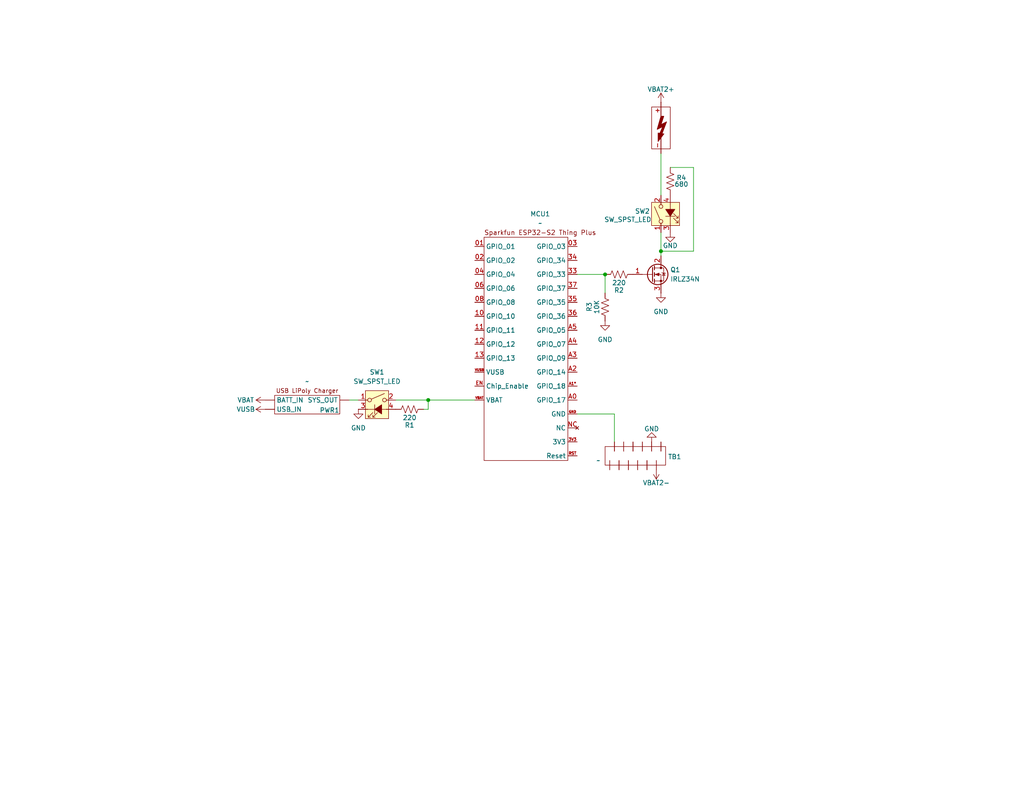
<source format=kicad_sch>
(kicad_sch (version 20231120) (generator "eeschema") (generator_version "8.0")
  (paper "USLetter")
  (title_block (title "Wireless Rocket Ignition System - Ignition Box") (date "2024-12-28") (rev "1") (comment 1 "Battery connections - 14AWG") (comment 2 "Microcontroller connections - 22AWG") (comment 3 "Place bus bar close to battery and MOSFET"))
  (lib_symbols
    (symbol "Device:R_US" (pin_numbers hide) (pin_names (offset 0))
      (property "Reference" "R" (at 2.54 0 90))
      (property "Value" "R_US" (at -2.54 0 90))
      (symbol "R_US_0_1"
        (polyline (pts (xy 0 -2.286) (xy 0 -2.54)))
        (polyline (pts (xy 0 2.286) (xy 0 2.54)))
        (polyline (pts (xy 0 -0.762) (xy 1.016 -1.143) (xy 0 -1.524) (xy -1.016 -1.905) (xy 0 -2.286)))
        (polyline (pts (xy 0 0.762) (xy 1.016 0.381) (xy 0 0) (xy -1.016 -0.381) (xy 0 -0.762)))
        (polyline (pts (xy 0 2.286) (xy 1.016 1.905) (xy 0 1.524) (xy -1.016 1.143) (xy 0 0.762)))
      )
      (symbol "R_US_1_1"
        (pin passive line (at 0 3.81 270) (length 1.27) (name "~") (number "1"))
        (pin passive line (at 0 -3.81 90) (length 1.27) (name "~") (number "2"))
      )
    )
    (symbol "SparkFun-Board:ESP32-S2_Thing_Plus"
      (property "Reference" "MCU" (at 2.286 -49.784 0))
      (symbol "ESP32-S2_Thing_Plus_0_1"
        (rectangle (start 0 10.16) (end 22.86 -50.8))
      )
      (symbol "ESP32-S2_Thing_Plus_1_1"
        (text "Sparkfun ESP32-S2 Thing Plus" (at 0 11.43 0) (effects (font (size 1.27 1.27)) (justify left)))
        (pin bidirectional line (at -2.54 7.62 0) (length 2.54) (name "GPIO_01") (number "01"))
        (pin bidirectional line (at -2.54 3.81 0) (length 2.54) (name "GPIO_02") (number "02"))
        (pin bidirectional line (at 25.4 7.62 180) (length 2.54) (name "GPIO_03") (number "03"))
        (pin bidirectional line (at -2.54 0 0) (length 2.54) (name "GPIO_04") (number "04"))
        (pin bidirectional line (at -2.54 -3.81 0) (length 2.54) (name "GPIO_06") (number "06"))
        (pin bidirectional line (at -2.54 -7.62 0) (length 2.54) (name "GPIO_08") (number "08"))
        (pin bidirectional line (at -2.54 -11.43 0) (length 2.54) (name "GPIO_10") (number "10"))
        (pin bidirectional line (at -2.54 -15.24 0) (length 2.54) (name "GPIO_11") (number "11"))
        (pin bidirectional line (at -2.54 -19.05 0) (length 2.54) (name "GPIO_12") (number "12"))
        (pin bidirectional line (at -2.54 -22.86 0) (length 2.54) (name "GPIO_13") (number "13"))
        (pin bidirectional line (at 25.4 0 180) (length 2.54) (name "GPIO_33") (number "33"))
        (pin bidirectional line (at 25.4 3.81 180) (length 2.54) (name "GPIO_34") (number "34"))
        (pin bidirectional line (at 25.4 -7.62 180) (length 2.54) (name "GPIO_35") (number "35"))
        (pin bidirectional line (at 25.4 -11.43 180) (length 2.54) (name "GPIO_36") (number "36"))
        (pin bidirectional line (at 25.4 -3.81 180) (length 2.54) (name "GPIO_37") (number "37"))
        (pin power_in line (at 25.4 -45.72 180) (length 2.54) (name "3V3") (number "3V3"))
        (pin bidirectional line (at 25.4 -34.29 180) (length 2.54) (name "GPIO_17") (number "A0"))
        (pin bidirectional line (at 25.4 -30.48 180) (length 2.54) (name "GPIO_18") (number "A1*"))
        (pin bidirectional line (at 25.4 -26.67 180) (length 2.54) (name "GPIO_14") (number "A2"))
        (pin bidirectional line (at 25.4 -22.86 180) (length 2.54) (name "GPIO_09") (number "A3"))
        (pin bidirectional line (at 25.4 -19.05 180) (length 2.54) (name "GPIO_07") (number "A4"))
        (pin bidirectional line (at 25.4 -15.24 180) (length 2.54) (name "GPIO_05") (number "A5"))
        (pin input line (at -2.54 -30.48 0) (length 2.54) (name "Chip_Enable") (number "EN"))
        (pin passive line (at 25.4 -38.1 180) (length 2.54) (name "GND") (number "GND"))
        (pin no_connect line (at 25.4 -41.91 180) (length 2.54) (name "NC") (number "NC"))
        (pin input line (at 25.4 -49.53 180) (length 2.54) (name "Reset") (number "RST"))
        (pin power_in line (at -2.54 -34.29 0) (length 2.54) (name "VBAT") (number "VBAT"))
        (pin power_in line (at -2.54 -26.67 0) (length 2.54) (name "VUSB") (number "VUSB"))
      )
    )
    (symbol "SparkFun-Connector:2x12 Bus Bar"
      (property "Reference" "TB" (at 1.016 6.096 0))
      (symbol "2x12 Bus Bar_0_1"
        (rectangle (start -1.27 5.08) (end 3.81 -11.43))
      )
      (symbol "2x12 Bus Bar_1_1"
        (pin passive line (at -2.54 -8.89 0) (length 2.54) (name "") (number ""))
        (pin passive line (at -2.54 -6.35 0) (length 2.54) (name "") (number ""))
        (pin passive line (at -2.54 -3.81 0) (length 2.54) (name "") (number ""))
        (pin passive line (at -2.54 -1.27 0) (length 2.54) (name "") (number ""))
        (pin passive line (at -2.54 1.27 0) (length 2.54) (name "") (number ""))
        (pin passive line (at -2.54 3.81 0) (length 2.54) (name "") (number ""))
        (pin passive line (at 5.08 -10.16 180) (length 2.54) (name "") (number ""))
        (pin passive line (at 5.08 -7.62 180) (length 2.54) (name "") (number ""))
        (pin passive line (at 5.08 -5.08 180) (length 2.54) (name "") (number ""))
        (pin passive line (at 5.08 -2.54 180) (length 2.54) (name "") (number ""))
        (pin passive line (at 5.08 0 180) (length 2.54) (name "") (number ""))
        (pin passive line (at 5.08 2.54 180) (length 2.54) (name "") (number ""))
      )
    )
    (symbol "SparkFun-Connector:Rocket Igniter" (pin_names hide) (in_bom no) (on_board no)
      (symbol "Rocket Igniter_0_1"
        (polyline (pts (xy 0.762 -1.016) (xy -0.762 -0.762) (xy -0.762 -3.048) (xy 0.762 -1.016)) (stroke (width 0.2032)) (fill (type outline)))
        (polyline (pts (xy 0 3.81) (xy 0.762 3.81) (xy 0 1.524) (xy 1.524 2.286) (xy 0.254 -1.016) (xy -0.254 -0.762) (xy 0.508 1.016) (xy -1.016 0.254) (xy 0 3.81)) (stroke (width 0.2032)) (fill (type outline)))
      )
      (symbol "Rocket Igniter_1_1"
        (rectangle (start -2.54 6.35) (end 2.54 -5.08))
        (pin passive line (at 0 7.62 270) (length 4.445) (name "") (number "+"))
        (pin passive line (at 0 -6.35 90) (length 4.445) (name "") (number "-"))
      )
    )
    (symbol "SparkFun-IC-Power:USB_LiPoly_Charger_Single_Cell"
      (property "Reference" "PWR" (at 11.176 -5.334 0))
      (symbol "USB_LiPoly_Charger_Single_Cell_0_1"
        (rectangle (start 0 -1.27) (end 17.78 -6.35))
      )
      (symbol "USB_LiPoly_Charger_Single_Cell_1_1"
        (text "USB LiPoly Charger" (at 8.89 0 0) (effects (font (size 1.143 1.143))))
        (pin power_in line (at -2.54 -2.54 0) (length 2.54) (name "BATT_IN") (number ""))
        (pin power_in line (at 20.32 -2.54 180) (length 2.54) (name "SYS_OUT") (number ""))
        (pin power_in line (at -2.54 -5.08 0) (length 2.54) (name "USB_IN") (number ""))
      )
    )
    (symbol "SparkFun-PowerSymbol:VBATT" (power) (pin_names (offset 0))
      (property "Value" "VBATT" (at 0 3.81 0))
      (symbol "VBATT_0_1"
        (polyline (pts (xy -0.762 1.27) (xy 0 2.54)))
        (polyline (pts (xy 0 0) (xy 0 2.54)))
        (polyline (pts (xy 0 2.54) (xy 0.762 1.27)))
      )
      (symbol "VBATT_1_1"
        (pin power_in line (at 0 0 90) (length 0) hide (name "VBATT") (number "1"))
      )
    )
    (symbol "SparkFun-PowerSymbol:VUSB" (power) (pin_names (offset 0))
      (property "Value" "VUSB" (at 0 3.81 0))
      (symbol "VUSB_0_1"
        (polyline (pts (xy -0.762 1.27) (xy 0 2.54)))
        (polyline (pts (xy 0 0) (xy 0 2.54)))
        (polyline (pts (xy 0 2.54) (xy 0.762 1.27)))
      )
      (symbol "VUSB_1_1"
        (pin power_in line (at 0 0 90) (length 0) hide (name "VUSB") (number "1"))
      )
    )
    (symbol "Switch:SW_SPST_LED" (pin_names (offset 1.016) hide)
      (property "Reference" "SW" (at 0 6.35 0))
      (property "Value" "SW_SPST_LED" (at 0 -3.81 0))
      (symbol "SW_SPST_LED_0_0"
        (polyline (pts (xy -2.54 0) (xy 2.54 0)))
        (polyline (pts (xy -2.413 -2.159) (xy -1.143 -0.889)))
        (polyline (pts (xy -1.143 -2.159) (xy 0.127 -0.889)))
        (polyline (pts (xy -0.635 1.27) (xy -0.635 -1.27)))
        (polyline (pts (xy -2.413 -1.524) (xy -2.413 -2.159) (xy -1.778 -2.159)))
        (polyline (pts (xy -1.143 -1.524) (xy -1.143 -2.159) (xy -0.508 -2.159)))
        (polyline (pts (xy -0.635 0) (xy 1.27 1.27) (xy 1.27 -1.27) (xy -0.635 0)) (fill (type outline)))
      )
      (symbol "SW_SPST_LED_0_1"
        (circle (center -2.032 2.54) (radius 0.508))
        (polyline (pts (xy -1.524 2.794) (xy 2.032 4.318)))
        (circle (center 2.032 2.54) (radius 0.508))
        (pin passive line (at -5.08 2.54 0) (length 2.54) (name "1") (number "1"))
        (pin passive line (at 5.08 2.54 180) (length 2.54) (name "2") (number "2"))
        (pin passive line (at -5.08 0 0) (length 2.54) (name "K") (number "3"))
        (pin passive line (at 5.08 0 180) (length 2.54) (name "A") (number "4"))
      )
      (symbol "SW_SPST_LED_1_1"
        (rectangle (start -3.175 5.08) (end 3.175 -2.54) (fill (type background)))
      )
    )
    (symbol "Transistor_FET:IRLZ34N" (pin_names hide)
      (property "Reference" "Q" (at 5.08 1.905 0))
      (property "Value" "IRLZ34N" (at 5.08 0 0))
      (symbol "IRLZ34N_0_1"
        (polyline (pts (xy 0.254 0) (xy -2.54 0)))
        (polyline (pts (xy 0.254 1.905) (xy 0.254 -1.905)) (stroke (width 0.254)))
        (polyline (pts (xy 0.762 -1.27) (xy 0.762 -2.286)) (stroke (width 0.254)))
        (polyline (pts (xy 0.762 0.508) (xy 0.762 -0.508)) (stroke (width 0.254)))
        (polyline (pts (xy 0.762 2.286) (xy 0.762 1.27)) (stroke (width 0.254)))
        (polyline (pts (xy 2.54 2.54) (xy 2.54 1.778)))
        (polyline (pts (xy 2.54 -2.54) (xy 2.54 0) (xy 0.762 0)))
        (polyline (pts (xy 0.762 -1.778) (xy 3.302 -1.778) (xy 3.302 1.778) (xy 0.762 1.778)))
        (polyline (pts (xy 1.016 0) (xy 2.032 0.381) (xy 2.032 -0.381) (xy 1.016 0)) (fill (type outline)))
        (polyline (pts (xy 2.794 0.508) (xy 2.921 0.381) (xy 3.683 0.381) (xy 3.81 0.254)))
        (polyline (pts (xy 3.302 0.381) (xy 2.921 -0.254) (xy 3.683 -0.254) (xy 3.302 0.381)))
        (circle (center 1.651 0) (radius 2.794) (stroke (width 0.254)))
        (circle (center 2.54 -1.778) (radius 0.254) (fill (type outline)))
        (circle (center 2.54 1.778) (radius 0.254) (fill (type outline)))
      )
      (symbol "IRLZ34N_1_1"
        (pin input line (at -5.08 0 0) (length 2.54) (name "G") (number "1"))
        (pin passive line (at 2.54 5.08 270) (length 2.54) (name "D") (number "2"))
        (pin passive line (at 2.54 -5.08 90) (length 2.54) (name "S") (number "3"))
      )
    )
    (symbol "power:+12V" (power) (pin_numbers hide) (pin_names (offset 0) hide)
      (property "Value" "+12V" (at 0 3.556 0))
      (symbol "+12V_0_1"
        (polyline (pts (xy -0.762 1.27) (xy 0 2.54)))
        (polyline (pts (xy 0 0) (xy 0 2.54)))
        (polyline (pts (xy 0 2.54) (xy 0.762 1.27)))
      )
      (symbol "+12V_1_1"
        (pin power_in line (at 0 0 90) (length 0) (name "~") (number "1"))
      )
    )
    (symbol "power:GND" (power) (pin_numbers hide) (pin_names (offset 0) hide)
      (property "Value" "GND" (at 0 -3.81 0))
      (symbol "GND_0_1"
        (polyline (pts (xy 0 0) (xy 0 -1.27) (xy 1.27 -1.27) (xy 0 -2.54) (xy -1.27 -1.27) (xy 0 -1.27)))
      )
      (symbol "GND_1_1"
        (pin power_in line (at 0 0 270) (length 0) (name "~") (number "1"))
      )
    )
  )
  (junction (at 116.84 109.22))
  (junction (at 165.1 74.93))
  (junction (at 180.34 68.58))
  (wire (pts (xy 189.23 45.72) (xy 189.23 68.58)))
  (wire (pts (xy 95.25 109.22) (xy 97.79 109.22)))
  (wire (pts (xy 180.34 68.58) (xy 180.34 69.85)))
  (wire (pts (xy 116.84 111.76) (xy 116.84 109.22)))
  (wire (pts (xy 165.1 74.93) (xy 165.1 80.01)))
  (wire (pts (xy 115.57 111.76) (xy 116.84 111.76)))
  (wire (pts (xy 180.34 41.91) (xy 180.34 53.34)))
  (wire (pts (xy 180.34 63.5) (xy 180.34 68.58)))
  (wire (pts (xy 167.64 113.03) (xy 167.64 120.65)))
  (wire (pts (xy 116.84 109.22) (xy 129.54 109.22)))
  (wire (pts (xy 157.48 113.03) (xy 167.64 113.03)))
  (wire (pts (xy 157.48 74.93) (xy 165.1 74.93)))
  (wire (pts (xy 189.23 68.58) (xy 180.34 68.58)))
  (wire (pts (xy 182.88 45.72) (xy 189.23 45.72)))
  (wire (pts (xy 107.95 109.22) (xy 116.84 109.22)))
  (symbol (lib_id "Device:R_US") (at 111.76 111.76 270) (unit 1)
    (property "Reference" "R1" (at 111.76 116.078 90))
    (property "Value" "220" (at 111.76 114.046 90))
    (property "Description" "Resistor, US symbol" (effects (hide yes)))
  )
  (symbol (lib_id "power:GND") (at 180.34 80.01 0) (unit 1)
    (property "Reference" "#PWR011" (effects (hide yes)))
    (property "Value" "GND" (at 180.34 85.09 0))
    (property "Description" "Power symbol creates a global label with name \"GND\" , ground" (effects (hide yes)))
  )
  (symbol (lib_id "power:GND") (at 182.88 63.5 0) (unit 1)
    (property "Reference" "#PWR09" (effects (hide yes)))
    (property "Value" "GND" (at 182.88 67.056 0))
    (property "Description" "Power symbol creates a global label with name \"GND\" , ground" (effects (hide yes)))
  )
  (symbol (lib_id "Device:R_US") (at 168.91 74.93 270) (unit 1)
    (property "Reference" "R2" (at 168.91 79.248 90))
    (property "Value" "220" (at 168.91 77.216 90))
    (property "Description" "Resistor, US symbol" (effects (hide yes)))
  )
  (symbol (lib_id "Switch:SW_SPST_LED") (at 102.87 111.76 0) (unit 1)
    (property "Reference" "SW1" (at 102.87 101.6 0))
    (property "Value" "SW_SPST_LED" (at 102.87 104.14 0))
    (property "Description" "Single Pole Single Throw (SPST) switch with LED, generic" (effects (hide yes)))
  )
  (symbol (lib_id "Device:R_US") (at 182.88 49.53 0) (unit 1)
    (property "Reference" "R4" (at 185.928 48.514 0))
    (property "Value" "680" (at 185.928 50.292 0))
    (property "Description" "Resistor, US symbol" (effects (hide yes)))
  )
  (symbol (lib_id "power:GND") (at 177.8 120.65 180) (unit 1)
    (property "Reference" "#PWR08" (effects (hide yes)))
    (property "Value" "GND" (at 177.8 117.094 0))
    (property "Description" "Power symbol creates a global label with name \"GND\" , ground" (effects (hide yes)))
  )
  (symbol (lib_id "Device:R_US") (at 165.1 83.82 180) (unit 1)
    (property "Reference" "R3" (at 160.782 83.82 90))
    (property "Value" "10K" (at 162.814 83.82 90))
    (property "Description" "Resistor, US symbol" (effects (hide yes)))
  )
  (symbol (lib_id "Switch:SW_SPST_LED") (at 182.88 58.42 90) (unit 1)
    (property "Reference" "SW2" (at 173.228 57.658 90) (effects (justify right)))
    (property "Value" "SW_SPST_LED" (at 164.846 59.944 90) (effects (justify right)))
    (property "Description" "Single Pole Single Throw (SPST) switch with LED, generic" (effects (hide yes)))
  )
  (symbol (lib_id "power:+12V") (at 180.34 27.94 0) (unit 1)
    (property "Reference" "#PWR07" (effects (hide yes)))
    (property "Value" "VBAT2+" (at 180.34 24.384 0))
    (property "Description" "Power symbol creates a global label with name \"+12V\"" (effects (hide yes)))
  )
  (symbol (lib_id "power:+12V") (at 179.07 128.27 180) (unit 1)
    (property "Reference" "#PWR010" (effects (hide yes)))
    (property "Value" "VBAT2-" (at 179.07 131.826 0))
    (property "Description" "Power symbol creates a global label with name \"+12V\"" (effects (hide yes)))
  )
  (symbol (lib_id "SparkFun-PowerSymbol:VUSB") (at 72.39 111.76 90) (unit 1)
    (property "Reference" "#PWR02" (effects (hide yes)))
    (property "Value" "VUSB" (at 67.056 111.76 90))
    (property "Description" "Power symbol creates a global label with name \"VUSB\"" (effects (hide yes)))
  )
  (symbol (lib_id "SparkFun-PowerSymbol:VBATT") (at 72.39 109.22 90) (unit 1)
    (property "Reference" "#PWR03" (effects (hide yes)))
    (property "Value" "VBAT" (at 67.056 109.22 90))
    (property "Description" "Power symbol creates a global label with name \"VBATT\"" (effects (hide yes)))
  )
  (symbol (lib_id "SparkFun-Connector:Rocket Igniter") (at 180.34 35.56 0) (unit 1) (in_bom no) (on_board no)
    (property "Reference" "#IGN1" (effects (hide yes)))
    (property "Value" "Rocket Igniter" (effects (hide yes)))
  )
  (symbol (lib_id "Transistor_FET:IRLZ34N") (at 177.8 74.93 0) (unit 1)
    (property "Reference" "Q1" (at 182.88 73.66 0) (effects (justify left)))
    (property "Value" "IRLZ34N" (at 182.88 76.2 0) (effects (justify left)))
    (property "Footprint" "Package_TO_SOT_THT:TO-220-3_Vertical" (effects (hide yes)))
    (property "Datasheet" "http://www.infineon.com/dgdl/irlz34npbf.pdf?fileId=5546d462533600a40153567206892720" (effects (hide yes)))
    (property "Description" "30A Id, 55V Vds, 35mOhm Rds, N-Channel HEXFET Power MOSFET, TO-220AB" (effects (hide yes)))
  )
  (symbol (lib_id "power:GND") (at 97.79 111.76 0) (unit 1)
    (property "Reference" "#PWR05" (effects (hide yes)))
    (property "Value" "GND" (at 97.79 116.84 0))
    (property "Description" "Power symbol creates a global label with name \"GND\" , ground" (effects (hide yes)))
  )
  (symbol (lib_id "SparkFun-Connector:2x12 Bus Bar") (at 170.18 125.73 90) (unit 1)
    (property "Reference" "TB1" (at 185.928 124.714 90) (effects (justify left)))
    (property "Value" "~" (at 163.83 125.73 90) (effects (justify left)))
  )
  (symbol (lib_id "SparkFun-Board:ESP32-S2_Thing_Plus") (at 132.08 74.93 0) (unit 1)
    (property "Reference" "MCU1" (at 147.4006 58.42 0))
    (property "Value" "~" (at 147.4006 60.96 0))
  )
  (symbol (lib_id "SparkFun-IC-Power:USB_LiPoly_Charger_Single_Cell") (at 74.93 106.68 0) (unit 1)
    (property "Reference" "PWR1" (at 89.916 112.014 0))
    (property "Value" "~" (at 83.82 104.14 0))
  )
  (symbol (lib_id "power:GND") (at 165.1 87.63 0) (unit 1)
    (property "Reference" "#PWR06" (effects (hide yes)))
    (property "Value" "GND" (at 165.1 92.71 0))
    (property "Description" "Power symbol creates a global label with name \"GND\" , ground" (effects (hide yes)))
  )
)
</source>
